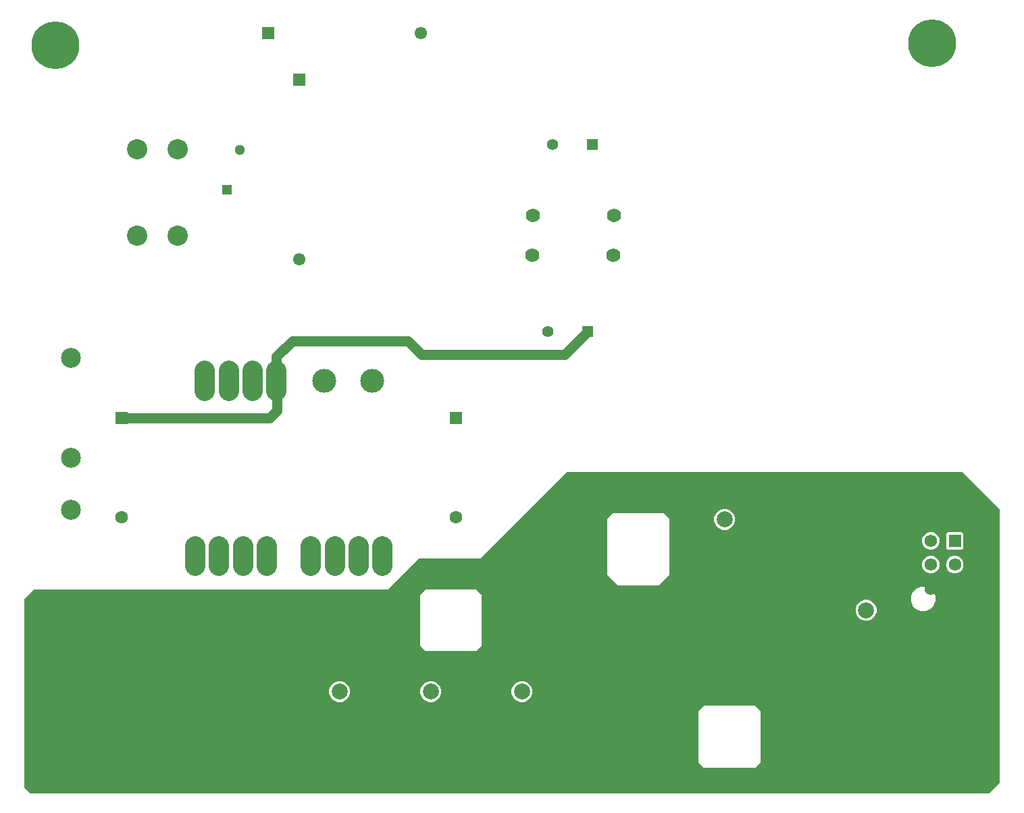
<source format=gbr>
G04 EAGLE Gerber RS-274X export*
G75*
%MOMM*%
%FSLAX34Y34*%
%LPD*%
%INBottom Copper*%
%IPPOS*%
%AMOC8*
5,1,8,0,0,1.08239X$1,22.5*%
G01*
%ADD10R,1.550000X1.550000*%
%ADD11C,1.550000*%
%ADD12R,1.400000X1.400000*%
%ADD13C,1.400000*%
%ADD14C,2.000000*%
%ADD15C,1.762000*%
%ADD16C,6.000000*%
%ADD17C,2.500000*%
%ADD18C,3.000000*%
%ADD19C,2.540000*%
%ADD20R,1.570000X1.570000*%
%ADD21C,1.570000*%
%ADD22R,1.300000X1.300000*%
%ADD23C,1.300000*%
%ADD24R,1.500000X1.500000*%
%ADD25C,1.600000*%
%ADD26C,2.500000*%
%ADD27C,1.270000*%

G36*
X1220042Y11373D02*
X1220042Y11373D01*
X1220084Y11371D01*
X1220151Y11393D01*
X1220221Y11405D01*
X1220257Y11427D01*
X1220298Y11440D01*
X1220371Y11494D01*
X1220414Y11520D01*
X1220427Y11536D01*
X1220448Y11552D01*
X1233448Y24552D01*
X1233473Y24586D01*
X1233504Y24615D01*
X1233536Y24678D01*
X1233577Y24736D01*
X1233587Y24777D01*
X1233607Y24815D01*
X1233620Y24904D01*
X1233633Y24953D01*
X1233630Y24974D01*
X1233634Y25000D01*
X1233634Y368000D01*
X1233627Y368042D01*
X1233629Y368084D01*
X1233607Y368151D01*
X1233595Y368221D01*
X1233573Y368257D01*
X1233560Y368298D01*
X1233506Y368371D01*
X1233480Y368414D01*
X1233464Y368427D01*
X1233448Y368448D01*
X1187448Y414448D01*
X1187414Y414473D01*
X1187385Y414504D01*
X1187322Y414536D01*
X1187264Y414577D01*
X1187223Y414587D01*
X1187185Y414607D01*
X1187096Y414620D01*
X1187047Y414633D01*
X1187026Y414630D01*
X1187000Y414634D01*
X692000Y414634D01*
X691958Y414627D01*
X691916Y414629D01*
X691849Y414607D01*
X691779Y414595D01*
X691743Y414573D01*
X691702Y414560D01*
X691629Y414506D01*
X691586Y414480D01*
X691573Y414464D01*
X691552Y414448D01*
X583737Y306634D01*
X506000Y306634D01*
X505958Y306627D01*
X505916Y306629D01*
X505849Y306607D01*
X505779Y306595D01*
X505743Y306573D01*
X505702Y306560D01*
X505629Y306506D01*
X505586Y306480D01*
X505573Y306464D01*
X505552Y306448D01*
X466737Y267634D01*
X24000Y267634D01*
X23958Y267627D01*
X23916Y267629D01*
X23849Y267607D01*
X23779Y267595D01*
X23743Y267573D01*
X23702Y267560D01*
X23629Y267506D01*
X23586Y267480D01*
X23573Y267464D01*
X23552Y267448D01*
X11552Y255448D01*
X11527Y255414D01*
X11496Y255385D01*
X11464Y255322D01*
X11423Y255264D01*
X11413Y255223D01*
X11393Y255185D01*
X11380Y255096D01*
X11368Y255047D01*
X11370Y255026D01*
X11366Y255000D01*
X11366Y19000D01*
X11373Y18958D01*
X11371Y18916D01*
X11393Y18849D01*
X11405Y18779D01*
X11427Y18743D01*
X11440Y18702D01*
X11486Y18640D01*
X11487Y18638D01*
X11489Y18636D01*
X11494Y18629D01*
X11520Y18586D01*
X11536Y18573D01*
X11552Y18552D01*
X18552Y11552D01*
X18586Y11527D01*
X18615Y11496D01*
X18678Y11464D01*
X18736Y11423D01*
X18777Y11413D01*
X18815Y11393D01*
X18904Y11380D01*
X18953Y11368D01*
X18974Y11370D01*
X19000Y11366D01*
X1220000Y11366D01*
X1220042Y11373D01*
G37*
%LPC*%
G36*
X755387Y272414D02*
X755387Y272414D01*
X742314Y285487D01*
X742314Y355863D01*
X749037Y362586D01*
X813063Y362586D01*
X813621Y362028D01*
X813622Y362028D01*
X819228Y356422D01*
X819228Y356421D01*
X819786Y355863D01*
X819786Y285487D01*
X806713Y272414D01*
X755387Y272414D01*
G37*
%LPD*%
%LPC*%
G36*
X514087Y189864D02*
X514087Y189864D01*
X507364Y196587D01*
X507364Y260613D01*
X514087Y267336D01*
X578113Y267336D01*
X584836Y260613D01*
X584836Y196587D01*
X578113Y189864D01*
X514087Y189864D01*
G37*
%LPD*%
%LPC*%
G36*
X863337Y43814D02*
X863337Y43814D01*
X856614Y50537D01*
X856614Y114563D01*
X863337Y121286D01*
X927363Y121286D01*
X934086Y114563D01*
X934086Y50537D01*
X927363Y43814D01*
X863337Y43814D01*
G37*
%LPD*%
%LPC*%
G36*
X1134864Y240389D02*
X1134864Y240389D01*
X1129255Y242713D01*
X1124963Y247005D01*
X1122639Y252614D01*
X1122639Y258686D01*
X1124963Y264295D01*
X1129255Y268587D01*
X1134864Y270911D01*
X1140936Y270911D01*
X1146545Y268587D01*
X1150837Y264295D01*
X1153161Y258686D01*
X1153161Y252614D01*
X1150837Y247005D01*
X1146545Y242713D01*
X1140936Y240389D01*
X1134864Y240389D01*
G37*
%LPD*%
%LPC*%
G36*
X886414Y342199D02*
X886414Y342199D01*
X881636Y344179D01*
X877979Y347836D01*
X875999Y352614D01*
X875999Y357786D01*
X877979Y362564D01*
X881636Y366221D01*
X886414Y368201D01*
X891586Y368201D01*
X896364Y366221D01*
X900021Y362564D01*
X902001Y357786D01*
X902001Y352614D01*
X900021Y347836D01*
X896364Y344179D01*
X891586Y342199D01*
X886414Y342199D01*
G37*
%LPD*%
%LPC*%
G36*
X1063814Y228299D02*
X1063814Y228299D01*
X1059036Y230279D01*
X1055379Y233936D01*
X1053399Y238714D01*
X1053399Y243886D01*
X1055379Y248664D01*
X1059036Y252321D01*
X1063814Y254301D01*
X1068986Y254301D01*
X1073764Y252321D01*
X1077421Y248664D01*
X1079401Y243886D01*
X1079401Y238714D01*
X1077421Y233936D01*
X1073764Y230279D01*
X1068986Y228299D01*
X1063814Y228299D01*
G37*
%LPD*%
%LPC*%
G36*
X632414Y126299D02*
X632414Y126299D01*
X627636Y128279D01*
X623979Y131936D01*
X621999Y136714D01*
X621999Y141886D01*
X623979Y146664D01*
X627636Y150321D01*
X632414Y152301D01*
X637586Y152301D01*
X642364Y150321D01*
X646021Y146664D01*
X648001Y141886D01*
X648001Y136714D01*
X646021Y131936D01*
X642364Y128279D01*
X637586Y126299D01*
X632414Y126299D01*
G37*
%LPD*%
%LPC*%
G36*
X518114Y126299D02*
X518114Y126299D01*
X513336Y128279D01*
X509679Y131936D01*
X507699Y136714D01*
X507699Y141886D01*
X509679Y146664D01*
X513336Y150321D01*
X518114Y152301D01*
X523286Y152301D01*
X528064Y150321D01*
X531721Y146664D01*
X533701Y141886D01*
X533701Y136714D01*
X531721Y131936D01*
X528064Y128279D01*
X523286Y126299D01*
X518114Y126299D01*
G37*
%LPD*%
%LPC*%
G36*
X403814Y126299D02*
X403814Y126299D01*
X399036Y128279D01*
X395379Y131936D01*
X393399Y136714D01*
X393399Y141886D01*
X395379Y146664D01*
X399036Y150321D01*
X403814Y152301D01*
X408986Y152301D01*
X413764Y150321D01*
X417421Y146664D01*
X419401Y141886D01*
X419401Y136714D01*
X417421Y131936D01*
X413764Y128279D01*
X408986Y126299D01*
X403814Y126299D01*
G37*
%LPD*%
%LPC*%
G36*
X1168607Y317599D02*
X1168607Y317599D01*
X1166849Y319357D01*
X1166849Y337543D01*
X1168607Y339301D01*
X1186793Y339301D01*
X1188551Y337543D01*
X1188551Y319357D01*
X1186793Y317599D01*
X1168607Y317599D01*
G37*
%LPD*%
%LPC*%
G36*
X1145542Y317599D02*
X1145542Y317599D01*
X1141553Y319251D01*
X1138501Y322303D01*
X1136849Y326292D01*
X1136849Y330608D01*
X1138501Y334597D01*
X1141553Y337649D01*
X1145542Y339301D01*
X1149858Y339301D01*
X1153847Y337649D01*
X1156899Y334597D01*
X1158551Y330608D01*
X1158551Y326292D01*
X1156899Y322303D01*
X1153847Y319251D01*
X1149858Y317599D01*
X1145542Y317599D01*
G37*
%LPD*%
%LPC*%
G36*
X1175542Y287599D02*
X1175542Y287599D01*
X1171553Y289251D01*
X1168501Y292303D01*
X1166849Y296292D01*
X1166849Y300608D01*
X1168501Y304597D01*
X1171553Y307649D01*
X1175542Y309301D01*
X1179858Y309301D01*
X1183847Y307649D01*
X1186899Y304597D01*
X1188551Y300608D01*
X1188551Y296292D01*
X1186899Y292303D01*
X1183847Y289251D01*
X1179858Y287599D01*
X1175542Y287599D01*
G37*
%LPD*%
%LPC*%
G36*
X1145542Y287599D02*
X1145542Y287599D01*
X1141553Y289251D01*
X1138501Y292303D01*
X1136849Y296292D01*
X1136849Y300608D01*
X1138501Y304597D01*
X1141553Y307649D01*
X1145542Y309301D01*
X1149858Y309301D01*
X1153847Y307649D01*
X1156899Y304597D01*
X1158551Y300608D01*
X1158551Y296292D01*
X1156899Y292303D01*
X1153847Y289251D01*
X1149858Y287599D01*
X1145542Y287599D01*
G37*
%LPD*%
D10*
X355600Y906250D03*
D11*
X355600Y681250D03*
D12*
X723500Y825500D03*
D13*
X673500Y825500D03*
D12*
X717150Y590550D03*
D13*
X667150Y590550D03*
D14*
X406400Y89300D03*
X406400Y139300D03*
X520700Y89300D03*
X520700Y139300D03*
X635000Y89300D03*
X635000Y139300D03*
X1016400Y241300D03*
X1066400Y241300D03*
X889000Y305200D03*
X889000Y355200D03*
D15*
X648450Y736200D03*
X648200Y686200D03*
X750050Y736200D03*
X749800Y686200D03*
D16*
X50800Y50800D03*
X50000Y950000D03*
X1149350Y952500D03*
X1149350Y50800D03*
D10*
X317200Y965200D03*
D11*
X508300Y965200D03*
D17*
X225400Y321600D02*
X225400Y296600D01*
X255400Y296600D02*
X255400Y321600D01*
X285400Y321600D02*
X285400Y296600D01*
X370400Y296600D02*
X370400Y321600D01*
X315400Y321600D02*
X315400Y296600D01*
X400400Y296600D02*
X400400Y321600D01*
X460400Y321600D02*
X460400Y296600D01*
X267400Y516600D02*
X267400Y541600D01*
X297400Y541600D02*
X297400Y516600D01*
X327400Y516600D02*
X327400Y541600D01*
X237400Y541600D02*
X237400Y516600D01*
D18*
X387400Y529100D03*
D17*
X430400Y321600D02*
X430400Y296600D01*
D18*
X447400Y529100D03*
D19*
X203200Y819150D03*
X152400Y819150D03*
X203200Y711200D03*
X152400Y711200D03*
D20*
X1177700Y328450D03*
D21*
X1177700Y298450D03*
X1177700Y268450D03*
X1147700Y328450D03*
X1147700Y298450D03*
X1147700Y268450D03*
D22*
X265050Y768750D03*
D23*
X281050Y818750D03*
D24*
X133350Y482600D03*
D25*
X133350Y357600D03*
D24*
X552450Y482600D03*
D25*
X552450Y357600D03*
D26*
X69850Y557800D03*
X69850Y432800D03*
X69850Y367300D03*
X69850Y242300D03*
D11*
X25400Y228600D03*
X25400Y177800D03*
X25400Y127000D03*
X25400Y76200D03*
X76200Y25400D03*
X127000Y25400D03*
X177800Y25400D03*
X228600Y25400D03*
X279400Y25400D03*
X330200Y25400D03*
X381000Y25400D03*
X431800Y25400D03*
X482600Y25400D03*
X533400Y25400D03*
X584200Y25400D03*
X635000Y25400D03*
X685800Y25400D03*
X736600Y25400D03*
X787400Y25400D03*
X838200Y25400D03*
X889000Y25400D03*
X990600Y25400D03*
X1041400Y25400D03*
X1092200Y25400D03*
X1193800Y25400D03*
X1219200Y50800D03*
X1219200Y101600D03*
X1219200Y152400D03*
X1219200Y203200D03*
X1219200Y254000D03*
X1219200Y298450D03*
X1143000Y381000D03*
X1092200Y381000D03*
X1041400Y381000D03*
X990600Y381000D03*
X939800Y381000D03*
X889000Y381000D03*
X838200Y381000D03*
X787400Y381000D03*
X736600Y381000D03*
X711200Y355600D03*
X685800Y330200D03*
X660400Y304800D03*
X685800Y279400D03*
X660400Y254000D03*
X685800Y228600D03*
X660400Y203200D03*
X838200Y279400D03*
X914400Y330200D03*
X863600Y330200D03*
X990600Y330200D03*
X965200Y304800D03*
X939800Y279400D03*
X965200Y254000D03*
X939800Y228600D03*
X914400Y254000D03*
X1041400Y304800D03*
X1016000Y279400D03*
X1041400Y254000D03*
X1016000Y203200D03*
X1041400Y177800D03*
X1117600Y177800D03*
X1117600Y228600D03*
X1117600Y127000D03*
X838200Y76200D03*
X838200Y127000D03*
X838200Y177800D03*
X838200Y228600D03*
X812800Y152400D03*
X762000Y127000D03*
X812800Y101600D03*
X711200Y127000D03*
X736600Y101600D03*
X685800Y101600D03*
X660400Y76200D03*
X711200Y76200D03*
X685800Y50800D03*
X558800Y152400D03*
X558800Y101600D03*
X558800Y50800D03*
X584200Y76200D03*
X584200Y127000D03*
X457200Y76200D03*
X381000Y76200D03*
X381000Y127000D03*
X381000Y177800D03*
X381000Y228600D03*
X355600Y254000D03*
X304800Y254000D03*
X254000Y254000D03*
X203200Y254000D03*
X152400Y254000D03*
X101600Y254000D03*
X25400Y254000D03*
X958850Y146050D03*
X952500Y127000D03*
X946150Y101600D03*
X946150Y63500D03*
X958850Y196850D03*
X1003300Y184150D03*
X615950Y304800D03*
X615950Y254000D03*
X615950Y203200D03*
D27*
X688600Y562000D02*
X717150Y590550D01*
X509000Y562000D02*
X492000Y579000D01*
X347000Y579000D01*
X327400Y559400D01*
X327400Y529100D01*
X509000Y562000D02*
X688600Y562000D01*
X318600Y482600D02*
X133350Y482600D01*
X318600Y482600D02*
X328000Y492000D01*
X328000Y528500D01*
X327400Y529100D01*
M02*

</source>
